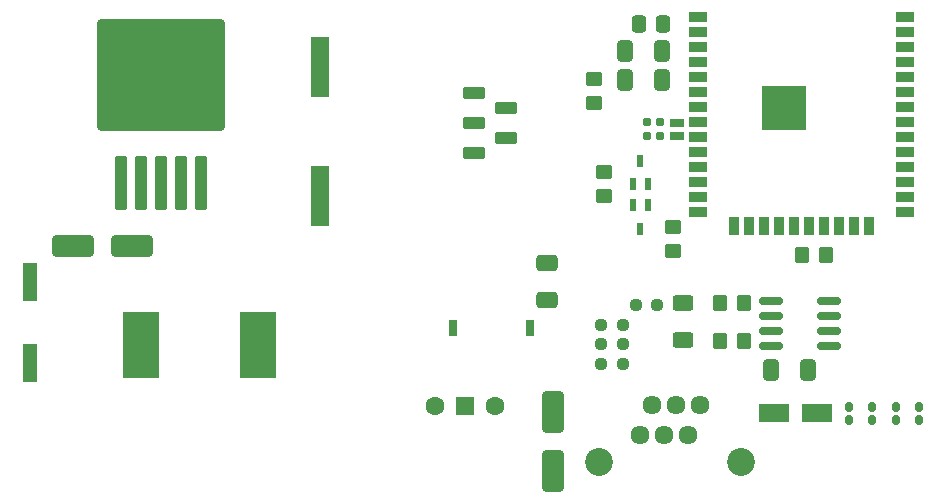
<source format=gts>
G04 #@! TF.GenerationSoftware,KiCad,Pcbnew,9.0.3*
G04 #@! TF.CreationDate,2025-11-06T12:11:41+01:00*
G04 #@! TF.ProjectId,modbus-to-x,6d6f6462-7573-42d7-946f-2d782e6b6963,rev?*
G04 #@! TF.SameCoordinates,Original*
G04 #@! TF.FileFunction,Soldermask,Top*
G04 #@! TF.FilePolarity,Negative*
%FSLAX46Y46*%
G04 Gerber Fmt 4.6, Leading zero omitted, Abs format (unit mm)*
G04 Created by KiCad (PCBNEW 9.0.3) date 2025-11-06 12:11:41*
%MOMM*%
%LPD*%
G01*
G04 APERTURE LIST*
G04 Aperture macros list*
%AMRoundRect*
0 Rectangle with rounded corners*
0 $1 Rounding radius*
0 $2 $3 $4 $5 $6 $7 $8 $9 X,Y pos of 4 corners*
0 Add a 4 corners polygon primitive as box body*
4,1,4,$2,$3,$4,$5,$6,$7,$8,$9,$2,$3,0*
0 Add four circle primitives for the rounded corners*
1,1,$1+$1,$2,$3*
1,1,$1+$1,$4,$5*
1,1,$1+$1,$6,$7*
1,1,$1+$1,$8,$9*
0 Add four rect primitives between the rounded corners*
20,1,$1+$1,$2,$3,$4,$5,0*
20,1,$1+$1,$4,$5,$6,$7,0*
20,1,$1+$1,$6,$7,$8,$9,0*
20,1,$1+$1,$8,$9,$2,$3,0*%
G04 Aperture macros list end*
%ADD10C,0.600000*%
%ADD11RoundRect,0.250000X0.412500X0.650000X-0.412500X0.650000X-0.412500X-0.650000X0.412500X-0.650000X0*%
%ADD12RoundRect,0.250000X-0.450000X0.350000X-0.450000X-0.350000X0.450000X-0.350000X0.450000X0.350000X0*%
%ADD13RoundRect,0.250000X0.450000X-0.350000X0.450000X0.350000X-0.450000X0.350000X-0.450000X-0.350000X0*%
%ADD14RoundRect,0.102000X-0.850000X0.370000X-0.850000X-0.370000X0.850000X-0.370000X0.850000X0.370000X0*%
%ADD15R,1.500000X1.500000*%
%ADD16C,1.600000*%
%ADD17C,2.360000*%
%ADD18C,1.612000*%
%ADD19RoundRect,0.237500X-0.250000X-0.237500X0.250000X-0.237500X0.250000X0.237500X-0.250000X0.237500X0*%
%ADD20RoundRect,0.250000X0.300000X-2.050000X0.300000X2.050000X-0.300000X2.050000X-0.300000X-2.050000X0*%
%ADD21RoundRect,0.250002X5.149998X-4.449998X5.149998X4.449998X-5.149998X4.449998X-5.149998X-4.449998X0*%
%ADD22RoundRect,0.102000X0.500000X-0.250000X0.500000X0.250000X-0.500000X0.250000X-0.500000X-0.250000X0*%
%ADD23RoundRect,0.250000X-1.050000X-0.550000X1.050000X-0.550000X1.050000X0.550000X-1.050000X0.550000X0*%
%ADD24RoundRect,0.155000X-0.212500X-0.155000X0.212500X-0.155000X0.212500X0.155000X-0.212500X0.155000X0*%
%ADD25RoundRect,0.250000X0.650000X-0.412500X0.650000X0.412500X-0.650000X0.412500X-0.650000X-0.412500X0*%
%ADD26R,0.500000X1.000000*%
%ADD27RoundRect,0.160000X0.160000X-0.222500X0.160000X0.222500X-0.160000X0.222500X-0.160000X-0.222500X0*%
%ADD28RoundRect,0.250000X-0.350000X-0.450000X0.350000X-0.450000X0.350000X0.450000X-0.350000X0.450000X0*%
%ADD29R,1.219200X3.302000*%
%ADD30RoundRect,0.250000X-0.337500X-0.475000X0.337500X-0.475000X0.337500X0.475000X-0.337500X0.475000X0*%
%ADD31RoundRect,0.250000X-0.650000X1.500000X-0.650000X-1.500000X0.650000X-1.500000X0.650000X1.500000X0*%
%ADD32RoundRect,0.250000X-0.625000X0.400000X-0.625000X-0.400000X0.625000X-0.400000X0.625000X0.400000X0*%
%ADD33RoundRect,0.250000X-0.412500X-0.650000X0.412500X-0.650000X0.412500X0.650000X-0.412500X0.650000X0*%
%ADD34RoundRect,0.150000X0.825000X0.150000X-0.825000X0.150000X-0.825000X-0.150000X0.825000X-0.150000X0*%
%ADD35RoundRect,0.102000X1.450000X-2.700000X1.450000X2.700000X-1.450000X2.700000X-1.450000X-2.700000X0*%
%ADD36RoundRect,0.250000X1.500000X0.650000X-1.500000X0.650000X-1.500000X-0.650000X1.500000X-0.650000X0*%
%ADD37R,1.600200X5.105400*%
%ADD38R,0.660400X1.346200*%
%ADD39R,1.500000X0.900000*%
%ADD40R,0.900000X1.500000*%
%ADD41R,3.800000X3.800000*%
G04 APERTURE END LIST*
D10*
X65450000Y-94800000D03*
X65450000Y-96033333D03*
X65450000Y-93566666D03*
X58950000Y-90500000D03*
X58950000Y-91733333D03*
X58950000Y-97900000D03*
X58950000Y-94200000D03*
X58950000Y-95433333D03*
X58950000Y-92966667D03*
X58950000Y-96666667D03*
X63100000Y-90550000D03*
X63100000Y-91783333D03*
X63100000Y-97950000D03*
X63100000Y-94250000D03*
X63100000Y-95483333D03*
X63100000Y-93016667D03*
X63100000Y-96716667D03*
X61050000Y-96033333D03*
X61050000Y-94800000D03*
X61050000Y-93566666D03*
X67650000Y-90550000D03*
X67650000Y-91783333D03*
X67650000Y-93016667D03*
X67650000Y-94250000D03*
X67650000Y-95483333D03*
X67650000Y-96716667D03*
X67650000Y-97950000D03*
D11*
X102637500Y-94800000D03*
X105762500Y-94800000D03*
D12*
X100000000Y-96700000D03*
X100000000Y-94700000D03*
D13*
X100800000Y-102600000D03*
X100800000Y-104600000D03*
D14*
X89850000Y-95860000D03*
X92550000Y-97130000D03*
X89850000Y-98400000D03*
X92550000Y-99670000D03*
X89850000Y-100940000D03*
D15*
X89040000Y-122400000D03*
D16*
X91580000Y-122400000D03*
X86500000Y-122400000D03*
D17*
X100400000Y-127100000D03*
X112400000Y-127100000D03*
D18*
X108950000Y-122260000D03*
X107930000Y-124800000D03*
X106910000Y-122260000D03*
X105890000Y-124800000D03*
X104870000Y-122260000D03*
X103850000Y-124800000D03*
D19*
X100603500Y-117136300D03*
X102428500Y-117136300D03*
D20*
X59900000Y-103475000D03*
X61600000Y-103475000D03*
X63300000Y-103475000D03*
D21*
X63300000Y-94325000D03*
D20*
X65000000Y-103475000D03*
X66700000Y-103475000D03*
D22*
X107000000Y-99470349D03*
X107000000Y-98370349D03*
D23*
X115220555Y-122968067D03*
X118820555Y-122968067D03*
D24*
X104432500Y-99500000D03*
X105567500Y-99500000D03*
X104432500Y-98350000D03*
X105567500Y-98350000D03*
D25*
X96000000Y-113362500D03*
X96000000Y-110237500D03*
D26*
X104551000Y-105359200D03*
X103251000Y-105359200D03*
X103901000Y-107359200D03*
D27*
X125505650Y-123570500D03*
X125505650Y-122425500D03*
D19*
X103499100Y-113847000D03*
X105324100Y-113847000D03*
D27*
X121525650Y-123570500D03*
X121525650Y-122425500D03*
X127495650Y-123570500D03*
X127495650Y-122425500D03*
D19*
X100603500Y-118774600D03*
X102428500Y-118774600D03*
D28*
X110642400Y-113690400D03*
X112642400Y-113690400D03*
D29*
X52200000Y-118754400D03*
X52200000Y-111845600D03*
D19*
X100603500Y-115498000D03*
X102428500Y-115498000D03*
D12*
X106629200Y-107229400D03*
X106629200Y-109229400D03*
D30*
X103762500Y-90000000D03*
X105837500Y-90000000D03*
D28*
X117592600Y-109601000D03*
X119592600Y-109601000D03*
D31*
X96500000Y-122900000D03*
X96500000Y-127900000D03*
D32*
X107527600Y-113664400D03*
X107527600Y-116764400D03*
D33*
X114956700Y-119329200D03*
X118081700Y-119329200D03*
D34*
X119877200Y-117285700D03*
X119877200Y-116015700D03*
X119877200Y-114745700D03*
X119877200Y-113475700D03*
X114927200Y-113475700D03*
X114927200Y-114745700D03*
X114927200Y-116015700D03*
X114927200Y-117285700D03*
D35*
X71550000Y-117200000D03*
X61650000Y-117200000D03*
D28*
X110642400Y-116890800D03*
X112642400Y-116890800D03*
D27*
X123515650Y-123570500D03*
X123515650Y-122425500D03*
D36*
X60900000Y-108800000D03*
X55900000Y-108800000D03*
D33*
X102637500Y-92300000D03*
X105762500Y-92300000D03*
D37*
X76800000Y-104561000D03*
X76800000Y-93639000D03*
D38*
X88000000Y-115800000D03*
X94553200Y-115800000D03*
D26*
X103251000Y-103600000D03*
X104551000Y-103600000D03*
X103901000Y-101600000D03*
D10*
X117431800Y-96425400D03*
D39*
X108781800Y-89405400D03*
X108781800Y-90675400D03*
X108781800Y-91945400D03*
X108781800Y-93215400D03*
X108781800Y-94485400D03*
X108781800Y-95755400D03*
X108781800Y-97025400D03*
X108781800Y-98295400D03*
X108781800Y-99565400D03*
X108781800Y-100835400D03*
X108781800Y-102105400D03*
X108781800Y-103375400D03*
X108781800Y-104645400D03*
X108781800Y-105915400D03*
D40*
X111821800Y-107165400D03*
X113091800Y-107165400D03*
X114361800Y-107165400D03*
X115631800Y-107165400D03*
X116901800Y-107165400D03*
X118171800Y-107165400D03*
X119441800Y-107165400D03*
X120711800Y-107165400D03*
X121981800Y-107165400D03*
X123251800Y-107165400D03*
D39*
X126281800Y-105915400D03*
X126281800Y-104645400D03*
X126281800Y-103375400D03*
X126281800Y-102105400D03*
X126281800Y-100835400D03*
X126281800Y-99565400D03*
X126281800Y-98295400D03*
X126281800Y-97025400D03*
X126281800Y-95755400D03*
X126281800Y-94485400D03*
X126281800Y-93215400D03*
X126281800Y-91945400D03*
X126281800Y-90675400D03*
X126281800Y-89405400D03*
D10*
X114631800Y-96425400D03*
X114631800Y-97825400D03*
X115331800Y-95725400D03*
X115331800Y-97125400D03*
X115331800Y-98525400D03*
X116006800Y-96425400D03*
X116006800Y-97825400D03*
D41*
X116031800Y-97125400D03*
D10*
X116731800Y-95725400D03*
X116731800Y-97125400D03*
X116731800Y-98525400D03*
X117431800Y-97825400D03*
M02*

</source>
